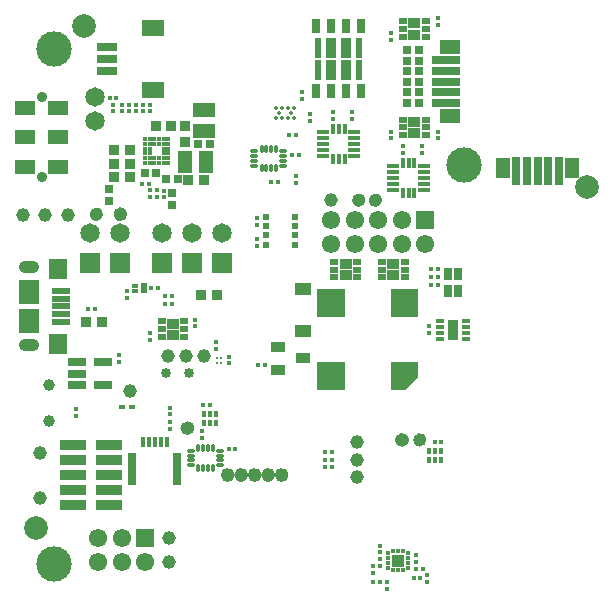
<source format=gbs>
G04*
G04 #@! TF.GenerationSoftware,Altium Limited,Altium Designer,23.1.1 (15)*
G04*
G04 Layer_Color=16711935*
%FSLAX25Y25*%
%MOIN*%
G70*
G04*
G04 #@! TF.SameCoordinates,57D325FE-50AA-4423-B3C5-F19BAF70027F*
G04*
G04*
G04 #@! TF.FilePolarity,Negative*
G04*
G01*
G75*
%ADD66C,0.02400*%
%ADD70R,0.01575X0.01457*%
%ADD72R,0.01781X0.01663*%
%ADD73R,0.01663X0.01781*%
%ADD74R,0.02962X0.02568*%
%ADD76R,0.03553X0.03750*%
%ADD78R,0.01457X0.01575*%
%ADD79R,0.03750X0.03553*%
%ADD96C,0.01387*%
%ADD101C,0.04537*%
%ADD102C,0.06506*%
%ADD108R,0.01378X0.01457*%
%ADD109R,0.01457X0.01378*%
%ADD110R,0.04409X0.04409*%
%ADD117O,0.06899X0.04143*%
%ADD118R,0.06506X0.06506*%
%ADD119R,0.06112X0.06112*%
%ADD120C,0.06112*%
%ADD121C,0.11811*%
%ADD122C,0.04616*%
%ADD123C,0.03543*%
%ADD124C,0.03947*%
%ADD156C,0.01378*%
%ADD218R,0.09261X0.09261*%
%ADD219R,0.02017X0.01584*%
%ADD220R,0.05400X0.04200*%
%ADD221R,0.06702X0.02962*%
%ADD222R,0.01575X0.03543*%
%ADD223R,0.05915X0.02175*%
%ADD224R,0.06112X0.06899*%
%ADD225R,0.06702X0.08080*%
%ADD226R,0.04537X0.07687*%
%ADD227R,0.07687X0.04537*%
%ADD228R,0.03159X0.03947*%
%ADD229R,0.06821X0.04773*%
%ADD230R,0.09183X0.02962*%
%ADD231R,0.04773X0.06821*%
%ADD232R,0.02962X0.09183*%
%ADD233R,0.08592X0.03592*%
%ADD234R,0.02598X0.02087*%
%ADD235R,0.04055X0.03228*%
%ADD236R,0.04600X0.03600*%
%ADD237R,0.02175X0.01584*%
%ADD238R,0.02175X0.03356*%
%ADD239R,0.02962X0.02765*%
%ADD240R,0.02765X0.02962*%
%ADD241R,0.06899X0.04537*%
%ADD242C,0.03356*%
%ADD243R,0.01378X0.02461*%
%ADD244R,0.04114X0.01654*%
%ADD245R,0.01654X0.03622*%
%ADD246R,0.02362X0.02362*%
%ADD247R,0.03159X0.01584*%
%ADD248R,0.03553X0.06506*%
%ADD249C,0.01427*%
%ADD250O,0.01181X0.02874*%
%ADD251O,0.02874X0.01181*%
%ADD252R,0.06309X0.02765*%
%ADD253R,0.06309X0.02765*%
%ADD254R,0.01575X0.02441*%
%ADD255R,0.01575X0.02323*%
%ADD256R,0.02568X0.04931*%
%ADD257C,0.01319*%
%ADD258C,0.07874*%
%ADD259R,0.02962X0.10836*%
%ADD260R,0.07687X0.05324*%
%ADD261R,0.03356X0.06506*%
%ADD262R,0.01978X0.06506*%
G36*
X135086Y81006D02*
X135132Y80995D01*
X135176Y80977D01*
X135216Y80952D01*
X135252Y80922D01*
X135283Y80885D01*
X135308Y80845D01*
X135326Y80802D01*
X135337Y80756D01*
X135340Y80709D01*
Y76378D01*
X135337Y76331D01*
X135326Y76285D01*
X135308Y76241D01*
X135292Y76216D01*
X135283Y76201D01*
X135252Y76165D01*
X130921Y71834D01*
X130886Y71804D01*
X130845Y71779D01*
X130802Y71761D01*
X130756Y71750D01*
X130709Y71746D01*
X126378D01*
X126331Y71750D01*
X126285Y71761D01*
X126241Y71779D01*
X126201Y71804D01*
X126165Y71834D01*
X126135Y71870D01*
X126110Y71911D01*
X126092Y71954D01*
X126081Y72000D01*
X126077Y72047D01*
Y80709D01*
X126081Y80756D01*
X126092Y80802D01*
X126110Y80845D01*
X126135Y80885D01*
X126165Y80922D01*
X126201Y80952D01*
X126241Y80977D01*
X126285Y80995D01*
X126331Y81006D01*
X126378Y81010D01*
X135039D01*
X135086Y81006D01*
D02*
G37*
G36*
Y105415D02*
X135132Y105404D01*
X135176Y105386D01*
X135216Y105362D01*
X135252Y105331D01*
X135283Y105295D01*
X135308Y105255D01*
X135326Y105211D01*
X135337Y105165D01*
X135340Y105118D01*
Y96457D01*
X135337Y96410D01*
X135326Y96364D01*
X135308Y96320D01*
X135283Y96280D01*
X135252Y96244D01*
X135216Y96213D01*
X135176Y96189D01*
X135132Y96171D01*
X135086Y96159D01*
X135039Y96156D01*
X126378D01*
X126331Y96159D01*
X126285Y96171D01*
X126241Y96189D01*
X126201Y96213D01*
X126165Y96244D01*
X126135Y96280D01*
X126110Y96320D01*
X126092Y96364D01*
X126081Y96410D01*
X126077Y96457D01*
Y105118D01*
X126081Y105165D01*
X126092Y105211D01*
X126110Y105255D01*
X126135Y105295D01*
X126165Y105331D01*
X126201Y105362D01*
X126241Y105386D01*
X126285Y105404D01*
X126331Y105415D01*
X126378Y105419D01*
X135039D01*
X135086Y105415D01*
D02*
G37*
D66*
X29100Y130290D02*
G03*
X29100Y130290I-1100J0D01*
G01*
X72893Y43508D02*
G03*
X72893Y43508I-1100J0D01*
G01*
Y43288D02*
G03*
X72893Y43288I-1100J0D01*
G01*
X77393D02*
G03*
X77393Y43288I-1100J0D01*
G01*
Y43508D02*
G03*
X77393Y43508I-1100J0D01*
G01*
X81893Y43288D02*
G03*
X81893Y43288I-1100J0D01*
G01*
Y43508D02*
G03*
X81893Y43508I-1100J0D01*
G01*
X86393Y43288D02*
G03*
X86393Y43288I-1100J0D01*
G01*
Y43508D02*
G03*
X86393Y43508I-1100J0D01*
G01*
X90893D02*
G03*
X90893Y43508I-1100J0D01*
G01*
Y43288D02*
G03*
X90893Y43288I-1100J0D01*
G01*
X122100Y134990D02*
G03*
X122100Y134990I-1100J0D01*
G01*
X116600D02*
G03*
X116600Y134990I-1100J0D01*
G01*
X37100Y130190D02*
G03*
X37100Y130190I-1100J0D01*
G01*
Y130410D02*
G03*
X37100Y130410I-1100J0D01*
G01*
X131131Y55118D02*
G03*
X131131Y55118I-1100J0D01*
G01*
X130911D02*
G03*
X130911Y55118I-1100J0D01*
G01*
X136937D02*
G03*
X136937Y55118I-1100J0D01*
G01*
X59390Y59000D02*
G03*
X59390Y59000I-1100J0D01*
G01*
X59610D02*
G03*
X59610Y59000I-1100J0D01*
G01*
D70*
X35500Y81075D02*
D03*
Y83319D02*
D03*
X96600Y171022D02*
D03*
Y168778D02*
D03*
D72*
X122426Y15409D02*
D03*
Y13165D02*
D03*
Y19809D02*
D03*
X130100Y152922D02*
D03*
Y150678D02*
D03*
X136600Y152922D02*
D03*
Y150678D02*
D03*
X106800Y164422D02*
D03*
Y162178D02*
D03*
X113300Y164422D02*
D03*
Y162178D02*
D03*
X81496Y129075D02*
D03*
X81496Y126831D02*
D03*
Y121988D02*
D03*
X81496Y119744D02*
D03*
X138800Y93022D02*
D03*
Y90778D02*
D03*
X52700Y61122D02*
D03*
Y58878D02*
D03*
Y65822D02*
D03*
Y63578D02*
D03*
X120326Y10866D02*
D03*
Y13110D02*
D03*
X138239Y7666D02*
D03*
X138239Y9910D02*
D03*
X124826Y5366D02*
D03*
X124826Y7610D02*
D03*
X134626Y14365D02*
D03*
Y16609D02*
D03*
X50513Y135940D02*
D03*
Y138184D02*
D03*
X33700Y166822D02*
D03*
Y164578D02*
D03*
X41213Y166806D02*
D03*
Y164562D02*
D03*
X43613Y164562D02*
D03*
Y166806D02*
D03*
X46013Y166806D02*
D03*
Y164562D02*
D03*
X38813Y164562D02*
D03*
Y166806D02*
D03*
X36413Y164562D02*
D03*
Y166806D02*
D03*
X99400Y163734D02*
D03*
X21100Y65322D02*
D03*
Y63078D02*
D03*
X63100Y55678D02*
D03*
Y57922D02*
D03*
X141779Y195731D02*
D03*
Y193487D02*
D03*
X126300Y188378D02*
D03*
Y190622D02*
D03*
X141779Y155619D02*
D03*
Y157863D02*
D03*
X126339Y155619D02*
D03*
Y157863D02*
D03*
X60820Y95181D02*
D03*
Y92937D02*
D03*
X45880Y90563D02*
D03*
Y88319D02*
D03*
X38400Y104722D02*
D03*
Y102478D02*
D03*
X68012Y87736D02*
D03*
Y85492D02*
D03*
X94468Y140847D02*
D03*
X99400Y161491D02*
D03*
X94468Y143090D02*
D03*
X72244Y82815D02*
D03*
X122426Y17565D02*
D03*
X72244Y80571D02*
D03*
D73*
X143001Y54297D02*
D03*
X140757Y54297D02*
D03*
X122648Y7587D02*
D03*
X120404D02*
D03*
X133817Y9003D02*
D03*
X136061D02*
D03*
X136848Y12187D02*
D03*
X134604D02*
D03*
X25278Y98600D02*
D03*
X27522D02*
D03*
X92278Y156600D02*
D03*
X94522D02*
D03*
X72078Y52200D02*
D03*
X74322D02*
D03*
X104378Y46000D02*
D03*
X106622D02*
D03*
X104378Y48500D02*
D03*
X106622D02*
D03*
X104378Y51000D02*
D03*
X106622D02*
D03*
X139678Y111988D02*
D03*
X141922D02*
D03*
X139678Y109288D02*
D03*
X141922D02*
D03*
X139678Y106588D02*
D03*
X141922D02*
D03*
X84222Y80100D02*
D03*
X81978D02*
D03*
X50878Y103000D02*
D03*
X53122Y103000D02*
D03*
X50878Y100500D02*
D03*
X53122D02*
D03*
X32478Y169000D02*
D03*
X34722D02*
D03*
X45991Y138362D02*
D03*
X48235D02*
D03*
X45991Y135962D02*
D03*
X48235D02*
D03*
X43378Y140500D02*
D03*
X45622D02*
D03*
X48422Y105700D02*
D03*
X46178D02*
D03*
X88622Y141100D02*
D03*
X86378D02*
D03*
D74*
X55120Y142148D02*
D03*
X51183D02*
D03*
X48034Y144098D02*
D03*
X44097D02*
D03*
D76*
X24643Y94400D02*
D03*
X29957D02*
D03*
X62843Y103500D02*
D03*
X68158D02*
D03*
X58664Y141558D02*
D03*
X63979D02*
D03*
X53070Y159862D02*
D03*
X47755D02*
D03*
X33855Y151662D02*
D03*
X39170D02*
D03*
X33855Y147162D02*
D03*
X39170D02*
D03*
X33855Y142662D02*
D03*
X39170D02*
D03*
D78*
X95622Y150100D02*
D03*
X93378D02*
D03*
X65822Y66600D02*
D03*
X63578D02*
D03*
D79*
X57713Y159620D02*
D03*
Y154305D02*
D03*
D96*
X36000Y128970D02*
D03*
Y131630D02*
D03*
X28000Y129070D02*
D03*
Y131530D02*
D03*
X121000Y133770D02*
D03*
Y136230D02*
D03*
X115500Y133770D02*
D03*
Y136230D02*
D03*
X71793Y42068D02*
D03*
Y44728D02*
D03*
X76293Y42068D02*
D03*
Y44728D02*
D03*
X89793Y42068D02*
D03*
Y44728D02*
D03*
X80793Y42068D02*
D03*
Y44728D02*
D03*
X85293Y42068D02*
D03*
Y44728D02*
D03*
X128591Y55118D02*
D03*
X131251D02*
D03*
X137057D02*
D03*
X134597D02*
D03*
X57070Y59000D02*
D03*
X59730D02*
D03*
D101*
X39300Y71400D02*
D03*
X115058Y54404D02*
D03*
Y48499D02*
D03*
Y42593D02*
D03*
X106201Y135000D02*
D03*
X18500Y130000D02*
D03*
X11000D02*
D03*
X3500D02*
D03*
X52165Y14370D02*
D03*
Y22244D02*
D03*
X51968Y83071D02*
D03*
X57874Y83071D02*
D03*
X63779Y83071D02*
D03*
D102*
X27559Y169291D02*
D03*
Y161417D02*
D03*
X25900Y124000D02*
D03*
X35900D02*
D03*
X49900D02*
D03*
X59900Y124000D02*
D03*
X69900Y124000D02*
D03*
D108*
X125300Y12230D02*
D03*
X125300Y14002D02*
D03*
X125300Y15774D02*
D03*
X131953Y14002D02*
D03*
Y12230D02*
D03*
X125300Y17545D02*
D03*
X131953Y15774D02*
D03*
Y17545D02*
D03*
D109*
X127051Y18214D02*
D03*
X128626D02*
D03*
X130201D02*
D03*
Y11561D02*
D03*
X128626D02*
D03*
X127051D02*
D03*
D110*
X128626Y14888D02*
D03*
D117*
X5709Y86614D02*
D03*
Y112598D02*
D03*
D118*
X25900Y114000D02*
D03*
X35900D02*
D03*
X49900D02*
D03*
X59900Y114000D02*
D03*
X69900Y114000D02*
D03*
D119*
X44291Y22244D02*
D03*
X137697Y128346D02*
D03*
D120*
X44291Y14370D02*
D03*
X36417Y22244D02*
D03*
Y14370D02*
D03*
X28543Y22244D02*
D03*
Y14370D02*
D03*
X137697Y120472D02*
D03*
X129823Y128347D02*
D03*
Y120472D02*
D03*
X121949Y128347D02*
D03*
Y120472D02*
D03*
X114075Y128347D02*
D03*
Y120472D02*
D03*
X106201Y128347D02*
D03*
Y120472D02*
D03*
D121*
X13780Y13780D02*
D03*
X150709Y146850D02*
D03*
X13780Y185433D02*
D03*
D122*
X9370Y50728D02*
D03*
Y35728D02*
D03*
D123*
X9744Y169370D02*
D03*
Y142598D02*
D03*
D124*
X12205Y61417D02*
D03*
X12205Y73228D02*
D03*
D156*
X87906Y162266D02*
D03*
X89874D02*
D03*
X91843D02*
D03*
X93811D02*
D03*
X88890Y163979D02*
D03*
X92827D02*
D03*
X87906Y165691D02*
D03*
X89874D02*
D03*
X91843D02*
D03*
X93811D02*
D03*
D218*
X106299Y76378D02*
D03*
X106299Y100787D02*
D03*
D219*
X39753Y65900D02*
D03*
X36446D02*
D03*
D220*
X96850Y91425D02*
D03*
Y105425D02*
D03*
D221*
X31496Y186055D02*
D03*
Y182118D02*
D03*
Y178181D02*
D03*
D222*
X49449Y54331D02*
D03*
X45512D02*
D03*
X43543D02*
D03*
X51417D02*
D03*
X47480D02*
D03*
D223*
X16240Y94488D02*
D03*
Y97047D02*
D03*
Y99606D02*
D03*
Y104724D02*
D03*
Y102165D02*
D03*
D224*
X15354Y87008D02*
D03*
Y112205D02*
D03*
D225*
X5709Y104331D02*
D03*
Y94882D02*
D03*
D226*
X57497Y147777D02*
D03*
X64583D02*
D03*
D227*
X64013Y157928D02*
D03*
Y165015D02*
D03*
D228*
X148524Y110335D02*
D03*
X145177D02*
D03*
Y104626D02*
D03*
X148524D02*
D03*
D229*
X145834Y186134D02*
D03*
Y162906D02*
D03*
D230*
X144653Y181606D02*
D03*
Y178063D02*
D03*
Y174520D02*
D03*
Y170976D02*
D03*
Y167433D02*
D03*
D231*
X186713Y145866D02*
D03*
X163484D02*
D03*
D232*
X168012Y144685D02*
D03*
X171555D02*
D03*
X175098D02*
D03*
X178642D02*
D03*
X182185D02*
D03*
D233*
X20374Y33228D02*
D03*
X32382D02*
D03*
X20374Y38228D02*
D03*
X32382D02*
D03*
X20374Y43228D02*
D03*
Y53228D02*
D03*
X32382D02*
D03*
Y48228D02*
D03*
Y43228D02*
D03*
X20374Y48228D02*
D03*
D234*
X130339Y189491D02*
D03*
Y192050D02*
D03*
Y194609D02*
D03*
X137779D02*
D03*
Y192050D02*
D03*
Y189491D02*
D03*
X130339Y156741D02*
D03*
Y159300D02*
D03*
Y161859D02*
D03*
X137779D02*
D03*
Y159300D02*
D03*
Y156741D02*
D03*
X57320Y94559D02*
D03*
Y92000D02*
D03*
Y89441D02*
D03*
X49880D02*
D03*
Y92000D02*
D03*
Y94559D02*
D03*
X130787Y114370D02*
D03*
Y111811D02*
D03*
Y109252D02*
D03*
X123346D02*
D03*
Y111811D02*
D03*
Y114370D02*
D03*
X114842D02*
D03*
Y111811D02*
D03*
Y109252D02*
D03*
X107402D02*
D03*
Y111811D02*
D03*
Y114370D02*
D03*
D235*
X134059Y193921D02*
D03*
Y190180D02*
D03*
Y161170D02*
D03*
Y157430D02*
D03*
X53600Y90130D02*
D03*
Y93870D02*
D03*
X127067Y109941D02*
D03*
Y113681D02*
D03*
X111122Y109941D02*
D03*
Y113681D02*
D03*
D236*
X88600Y78500D02*
D03*
Y85980D02*
D03*
X96868Y82240D02*
D03*
D237*
X41022Y104714D02*
D03*
Y106486D02*
D03*
D238*
X43778Y105600D02*
D03*
D239*
X131532Y174500D02*
D03*
X135469D02*
D03*
X131532Y181500D02*
D03*
X135469D02*
D03*
X131532Y171000D02*
D03*
X135469D02*
D03*
X131532Y178000D02*
D03*
X135469D02*
D03*
X131532Y185000D02*
D03*
X135469D02*
D03*
X131532Y167500D02*
D03*
X135469D02*
D03*
X61831Y153800D02*
D03*
X65768D02*
D03*
D240*
X32100Y134632D02*
D03*
Y138568D02*
D03*
X53400Y137469D02*
D03*
Y133531D02*
D03*
D241*
X4232Y155984D02*
D03*
Y165827D02*
D03*
X15256Y146142D02*
D03*
Y155984D02*
D03*
Y165827D02*
D03*
X4232Y146142D02*
D03*
D242*
X59055Y77264D02*
D03*
X51181D02*
D03*
D243*
X142747Y48527D02*
D03*
X140779D02*
D03*
X138810D02*
D03*
X138810Y51381D02*
D03*
X140779D02*
D03*
X142747D02*
D03*
D244*
X137169Y146237D02*
D03*
Y140331D02*
D03*
X127031Y138363D02*
D03*
Y142300D02*
D03*
Y144269D02*
D03*
Y146237D02*
D03*
X113869Y157737D02*
D03*
Y151831D02*
D03*
X103731Y149863D02*
D03*
Y153800D02*
D03*
Y155769D02*
D03*
Y157737D02*
D03*
X137169Y144269D02*
D03*
Y142300D02*
D03*
Y138363D02*
D03*
X127031Y140331D02*
D03*
X103731Y151831D02*
D03*
X113869Y149863D02*
D03*
Y153800D02*
D03*
Y155769D02*
D03*
D245*
X134069Y137280D02*
D03*
X132100D02*
D03*
X130131D02*
D03*
Y147320D02*
D03*
X134069D02*
D03*
X110768Y148780D02*
D03*
X108800D02*
D03*
X106832D02*
D03*
Y158820D02*
D03*
X110768D02*
D03*
X132100Y147320D02*
D03*
X108800Y158820D02*
D03*
D246*
X94095Y120079D02*
D03*
Y123228D02*
D03*
Y126378D02*
D03*
Y129528D02*
D03*
X84646D02*
D03*
Y126378D02*
D03*
Y123228D02*
D03*
Y120079D02*
D03*
D247*
X142618Y88779D02*
D03*
Y90748D02*
D03*
Y92716D02*
D03*
Y94685D02*
D03*
X151083D02*
D03*
Y92716D02*
D03*
Y90748D02*
D03*
Y88779D02*
D03*
D248*
X146850Y91732D02*
D03*
D249*
X52050Y155299D02*
D03*
X50475D02*
D03*
X48900D02*
D03*
X47325D02*
D03*
X45750D02*
D03*
X44176D02*
D03*
X52050Y153724D02*
D03*
X50475D02*
D03*
X48900D02*
D03*
X47325D02*
D03*
X45750D02*
D03*
X44176D02*
D03*
X52050Y152150D02*
D03*
X50475D02*
D03*
X45750D02*
D03*
X44176D02*
D03*
X52050Y150575D02*
D03*
X50475D02*
D03*
X45750D02*
D03*
X44176D02*
D03*
X52050Y149000D02*
D03*
X50475D02*
D03*
X48900D02*
D03*
X47325D02*
D03*
X45750D02*
D03*
X44176D02*
D03*
X52050Y147425D02*
D03*
X50475D02*
D03*
X48900D02*
D03*
X47325D02*
D03*
X45750D02*
D03*
X44176D02*
D03*
D250*
X66762Y45852D02*
D03*
X65187D02*
D03*
X63613D02*
D03*
X62038D02*
D03*
X63613Y52348D02*
D03*
X65187D02*
D03*
X66762D02*
D03*
X87862Y145652D02*
D03*
X84713D02*
D03*
X83138Y145652D02*
D03*
Y152148D02*
D03*
X86287D02*
D03*
X87862D02*
D03*
X86287Y145652D02*
D03*
X62038Y52348D02*
D03*
X84713Y152148D02*
D03*
D251*
X59577Y46738D02*
D03*
Y48313D02*
D03*
Y49887D02*
D03*
Y51462D02*
D03*
X69223Y49887D02*
D03*
Y48313D02*
D03*
Y46738D02*
D03*
X80677Y146538D02*
D03*
Y148113D02*
D03*
Y149687D02*
D03*
Y151262D02*
D03*
X90323D02*
D03*
Y149687D02*
D03*
Y148113D02*
D03*
Y146538D02*
D03*
X69223Y51462D02*
D03*
D252*
X21668Y73460D02*
D03*
D253*
X21668Y77200D02*
D03*
Y80940D02*
D03*
X30132D02*
D03*
Y73460D02*
D03*
D254*
X63832Y63796D02*
D03*
D255*
X65800Y63776D02*
D03*
X67769D02*
D03*
Y60824D02*
D03*
X65800D02*
D03*
X63832D02*
D03*
D256*
X101299Y192927D02*
D03*
X111299D02*
D03*
Y171273D02*
D03*
X106299D02*
D03*
X101299D02*
D03*
X106299Y192927D02*
D03*
X116299D02*
D03*
Y171273D02*
D03*
D257*
X68110Y80709D02*
D03*
Y82284D02*
D03*
X69685D02*
D03*
Y80709D02*
D03*
D258*
X24016Y192913D02*
D03*
X7874Y25591D02*
D03*
X191732Y139370D02*
D03*
D259*
X54961Y45276D02*
D03*
X40000D02*
D03*
D260*
X46752Y171882D02*
D03*
Y192354D02*
D03*
D261*
X111299Y185840D02*
D03*
Y178359D02*
D03*
X106299Y185840D02*
D03*
Y178359D02*
D03*
D262*
X101988Y185840D02*
D03*
Y178359D02*
D03*
X115610D02*
D03*
Y185840D02*
D03*
M02*

</source>
